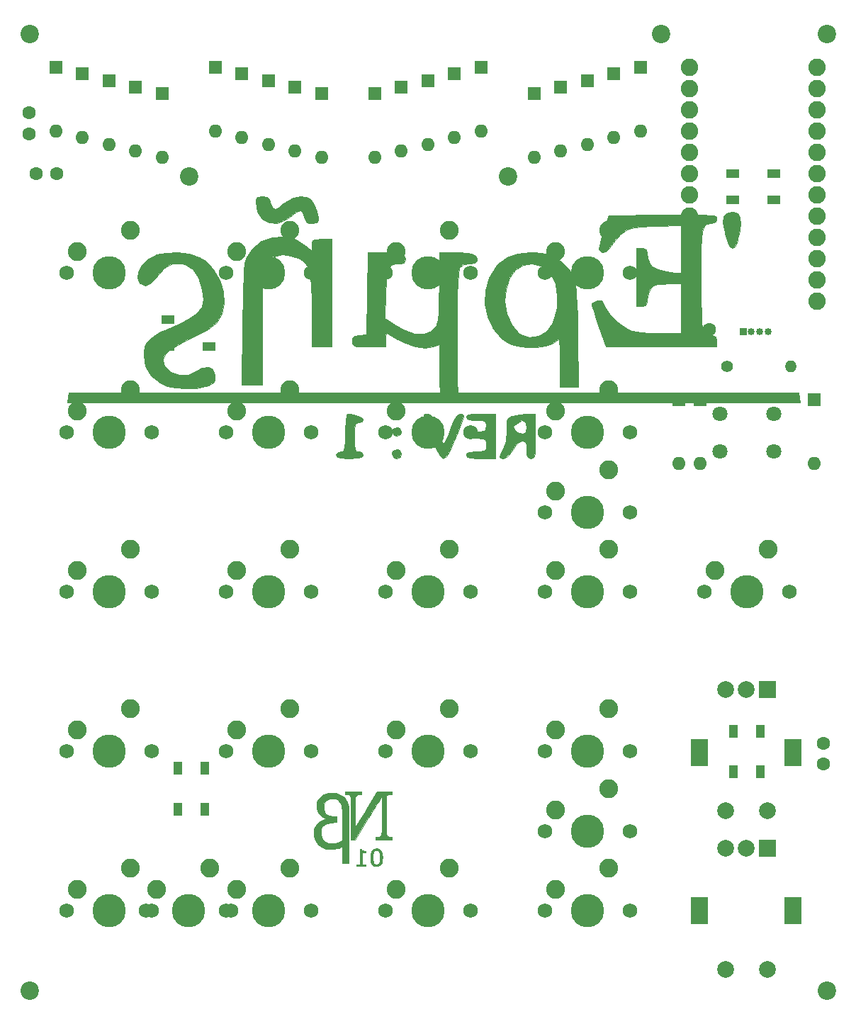
<source format=gbs>
%TF.GenerationSoftware,KiCad,Pcbnew,(5.1.8)-1*%
%TF.CreationDate,2021-05-23T17:25:15+02:00*%
%TF.ProjectId,HERMES PCB,4845524d-4553-4205-9043-422e6b696361,rev?*%
%TF.SameCoordinates,Original*%
%TF.FileFunction,Soldermask,Bot*%
%TF.FilePolarity,Negative*%
%FSLAX46Y46*%
G04 Gerber Fmt 4.6, Leading zero omitted, Abs format (unit mm)*
G04 Created by KiCad (PCBNEW (5.1.8)-1) date 2021-05-23 17:25:15*
%MOMM*%
%LPD*%
G01*
G04 APERTURE LIST*
%ADD10C,0.010000*%
%ADD11R,2.000000X2.000000*%
%ADD12C,2.000000*%
%ADD13R,2.000000X3.200000*%
%ADD14C,2.082800*%
%ADD15O,1.600000X1.600000*%
%ADD16R,1.600000X1.600000*%
%ADD17C,2.200000*%
%ADD18C,2.250000*%
%ADD19C,3.987800*%
%ADD20C,1.750000*%
%ADD21C,1.800000*%
%ADD22O,1.400000X1.400000*%
%ADD23C,1.400000*%
%ADD24R,1.500000X1.000000*%
%ADD25R,1.000000X1.500000*%
%ADD26O,0.850000X0.850000*%
%ADD27R,0.850000X0.850000*%
%ADD28C,1.600000*%
G04 APERTURE END LIST*
D10*
%TO.C,G\u002A\u002A\u002A*%
G36*
X80448489Y-61557570D02*
G01*
X80238767Y-61863631D01*
X80218882Y-62168080D01*
X80428694Y-63322009D01*
X80992657Y-64149504D01*
X81812564Y-64609290D01*
X82790206Y-64660090D01*
X83827376Y-64260629D01*
X84322244Y-63892698D01*
X85070296Y-63307361D01*
X85556219Y-63138204D01*
X85853647Y-63385226D01*
X86007408Y-63892698D01*
X86213494Y-64471211D01*
X86630566Y-64678836D01*
X86936514Y-64694803D01*
X87490748Y-64618789D01*
X87687428Y-64283442D01*
X87704198Y-63959540D01*
X87562676Y-63230609D01*
X87218719Y-62432352D01*
X87173391Y-62355329D01*
X86732125Y-61771746D01*
X86215742Y-61528204D01*
X85579484Y-61486382D01*
X84707033Y-61604228D01*
X83924675Y-62028335D01*
X83539733Y-62343014D01*
X82946224Y-62841989D01*
X82602833Y-63017581D01*
X82365126Y-62907337D01*
X82193588Y-62692965D01*
X81897845Y-62148729D01*
X81823093Y-61836332D01*
X81584327Y-61574521D01*
X81020987Y-61486382D01*
X80448489Y-61557570D01*
G37*
X80448489Y-61557570D02*
X80238767Y-61863631D01*
X80218882Y-62168080D01*
X80428694Y-63322009D01*
X80992657Y-64149504D01*
X81812564Y-64609290D01*
X82790206Y-64660090D01*
X83827376Y-64260629D01*
X84322244Y-63892698D01*
X85070296Y-63307361D01*
X85556219Y-63138204D01*
X85853647Y-63385226D01*
X86007408Y-63892698D01*
X86213494Y-64471211D01*
X86630566Y-64678836D01*
X86936514Y-64694803D01*
X87490748Y-64618789D01*
X87687428Y-64283442D01*
X87704198Y-63959540D01*
X87562676Y-63230609D01*
X87218719Y-62432352D01*
X87173391Y-62355329D01*
X86732125Y-61771746D01*
X86215742Y-61528204D01*
X85579484Y-61486382D01*
X84707033Y-61604228D01*
X83924675Y-62028335D01*
X83539733Y-62343014D01*
X82946224Y-62841989D01*
X82602833Y-63017581D01*
X82365126Y-62907337D01*
X82193588Y-62692965D01*
X81897845Y-62148729D01*
X81823093Y-61836332D01*
X81584327Y-61574521D01*
X81020987Y-61486382D01*
X80448489Y-61557570D01*
G36*
X136500602Y-63479078D02*
G01*
X136146067Y-63883738D01*
X136075975Y-64633898D01*
X136270157Y-65791521D01*
X136311241Y-65964803D01*
X136590859Y-66943094D01*
X136861236Y-67472355D01*
X137165357Y-67635737D01*
X137175108Y-67635856D01*
X137472275Y-67494810D01*
X137711655Y-67010072D01*
X137937685Y-66089239D01*
X137950876Y-66022770D01*
X138137348Y-64785699D01*
X138103335Y-63975716D01*
X137828406Y-63524004D01*
X137292133Y-63361746D01*
X137159745Y-63357961D01*
X136500602Y-63479078D01*
G37*
X136500602Y-63479078D02*
X136146067Y-63883738D01*
X136075975Y-64633898D01*
X136270157Y-65791521D01*
X136311241Y-65964803D01*
X136590859Y-66943094D01*
X136861236Y-67472355D01*
X137165357Y-67635737D01*
X137175108Y-67635856D01*
X137472275Y-67494810D01*
X137711655Y-67010072D01*
X137937685Y-66089239D01*
X137950876Y-66022770D01*
X138137348Y-64785699D01*
X138103335Y-63975716D01*
X137828406Y-63524004D01*
X137292133Y-63361746D01*
X137159745Y-63357961D01*
X136500602Y-63479078D01*
G36*
X131421845Y-63661712D02*
G01*
X129566195Y-63679430D01*
X128837723Y-63687418D01*
X122378670Y-63759013D01*
X121748427Y-65627785D01*
X121457199Y-66583712D01*
X121276439Y-67363203D01*
X121241240Y-67811726D01*
X121247511Y-67833575D01*
X121577135Y-68158638D01*
X122050370Y-68088135D01*
X122514745Y-67671783D01*
X122689933Y-67363224D01*
X123138630Y-66677870D01*
X123804972Y-65987076D01*
X123983071Y-65842115D01*
X124435209Y-65528191D01*
X124895512Y-65315498D01*
X125487306Y-65178338D01*
X126333921Y-65091015D01*
X127558683Y-65027832D01*
X127968857Y-65011629D01*
X131018882Y-64894883D01*
X131018882Y-70576908D01*
X130283619Y-70575417D01*
X129249471Y-70467338D01*
X128278450Y-70188791D01*
X127547113Y-69802184D01*
X127278870Y-69513313D01*
X127064240Y-68842600D01*
X127008356Y-68321854D01*
X126904362Y-67804181D01*
X126490007Y-67640139D01*
X126339935Y-67635856D01*
X125671514Y-67635856D01*
X125671514Y-74587435D01*
X126339935Y-74587435D01*
X126830783Y-74491507D01*
X126998863Y-74096052D01*
X127008356Y-73844820D01*
X127162103Y-73050057D01*
X127424569Y-72507978D01*
X127752300Y-72163546D01*
X128223945Y-71982928D01*
X129001711Y-71918057D01*
X129429832Y-71913750D01*
X131018882Y-71913750D01*
X131018882Y-77795856D01*
X128545724Y-77794364D01*
X127318381Y-77764157D01*
X126178864Y-77684871D01*
X125315158Y-77571325D01*
X125100073Y-77522750D01*
X124309936Y-77127245D01*
X123417367Y-76425822D01*
X122585649Y-75575739D01*
X121978066Y-74734251D01*
X121803479Y-74347815D01*
X121536598Y-73924524D01*
X121044548Y-73939008D01*
X121037845Y-73941055D01*
X120538519Y-74117674D01*
X120356106Y-74209917D01*
X120396310Y-74483407D01*
X120585779Y-75148802D01*
X120891204Y-76095404D01*
X121150644Y-76850386D01*
X122046906Y-79400066D01*
X135296777Y-79400066D01*
X135296777Y-78731645D01*
X135181998Y-78218416D01*
X134750446Y-78064353D01*
X134681829Y-78063224D01*
X134294413Y-78040243D01*
X133995954Y-77930274D01*
X133774883Y-77671778D01*
X133619631Y-77203216D01*
X133518627Y-76463049D01*
X133460304Y-75389739D01*
X133433091Y-73921746D01*
X133425420Y-71997531D01*
X133425198Y-71379013D01*
X133429518Y-69318289D01*
X133450192Y-67730742D01*
X133498790Y-66554832D01*
X133586879Y-65729020D01*
X133726031Y-65191769D01*
X133927813Y-64881538D01*
X134203796Y-64736789D01*
X134565548Y-64695983D01*
X134681829Y-64694803D01*
X135177045Y-64546927D01*
X135296777Y-64155313D01*
X135280457Y-63986800D01*
X135189658Y-63858530D01*
X134961618Y-63765958D01*
X134533578Y-63704536D01*
X133842776Y-63669719D01*
X132826452Y-63656960D01*
X131421845Y-63661712D01*
G37*
X131421845Y-63661712D02*
X129566195Y-63679430D01*
X128837723Y-63687418D01*
X122378670Y-63759013D01*
X121748427Y-65627785D01*
X121457199Y-66583712D01*
X121276439Y-67363203D01*
X121241240Y-67811726D01*
X121247511Y-67833575D01*
X121577135Y-68158638D01*
X122050370Y-68088135D01*
X122514745Y-67671783D01*
X122689933Y-67363224D01*
X123138630Y-66677870D01*
X123804972Y-65987076D01*
X123983071Y-65842115D01*
X124435209Y-65528191D01*
X124895512Y-65315498D01*
X125487306Y-65178338D01*
X126333921Y-65091015D01*
X127558683Y-65027832D01*
X127968857Y-65011629D01*
X131018882Y-64894883D01*
X131018882Y-70576908D01*
X130283619Y-70575417D01*
X129249471Y-70467338D01*
X128278450Y-70188791D01*
X127547113Y-69802184D01*
X127278870Y-69513313D01*
X127064240Y-68842600D01*
X127008356Y-68321854D01*
X126904362Y-67804181D01*
X126490007Y-67640139D01*
X126339935Y-67635856D01*
X125671514Y-67635856D01*
X125671514Y-74587435D01*
X126339935Y-74587435D01*
X126830783Y-74491507D01*
X126998863Y-74096052D01*
X127008356Y-73844820D01*
X127162103Y-73050057D01*
X127424569Y-72507978D01*
X127752300Y-72163546D01*
X128223945Y-71982928D01*
X129001711Y-71918057D01*
X129429832Y-71913750D01*
X131018882Y-71913750D01*
X131018882Y-77795856D01*
X128545724Y-77794364D01*
X127318381Y-77764157D01*
X126178864Y-77684871D01*
X125315158Y-77571325D01*
X125100073Y-77522750D01*
X124309936Y-77127245D01*
X123417367Y-76425822D01*
X122585649Y-75575739D01*
X121978066Y-74734251D01*
X121803479Y-74347815D01*
X121536598Y-73924524D01*
X121044548Y-73939008D01*
X121037845Y-73941055D01*
X120538519Y-74117674D01*
X120356106Y-74209917D01*
X120396310Y-74483407D01*
X120585779Y-75148802D01*
X120891204Y-76095404D01*
X121150644Y-76850386D01*
X122046906Y-79400066D01*
X135296777Y-79400066D01*
X135296777Y-78731645D01*
X135181998Y-78218416D01*
X134750446Y-78064353D01*
X134681829Y-78063224D01*
X134294413Y-78040243D01*
X133995954Y-77930274D01*
X133774883Y-77671778D01*
X133619631Y-77203216D01*
X133518627Y-76463049D01*
X133460304Y-75389739D01*
X133433091Y-73921746D01*
X133425420Y-71997531D01*
X133425198Y-71379013D01*
X133429518Y-69318289D01*
X133450192Y-67730742D01*
X133498790Y-66554832D01*
X133586879Y-65729020D01*
X133726031Y-65191769D01*
X133927813Y-64881538D01*
X134203796Y-64736789D01*
X134565548Y-64695983D01*
X134681829Y-64694803D01*
X135177045Y-64546927D01*
X135296777Y-64155313D01*
X135280457Y-63986800D01*
X135189658Y-63858530D01*
X134961618Y-63765958D01*
X134533578Y-63704536D01*
X133842776Y-63669719D01*
X132826452Y-63656960D01*
X131421845Y-63661712D01*
G36*
X82297200Y-66380184D02*
G01*
X80937102Y-66803896D01*
X79840626Y-67684827D01*
X79283093Y-68465909D01*
X79122735Y-68772269D01*
X78996478Y-69127837D01*
X78899284Y-69599473D01*
X78826116Y-70254036D01*
X78771938Y-71158386D01*
X78731712Y-72379381D01*
X78700401Y-73983882D01*
X78672968Y-76038748D01*
X78665798Y-76659540D01*
X78583240Y-83945329D01*
X81020987Y-83945329D01*
X81020987Y-70083199D01*
X81713176Y-69260580D01*
X82328358Y-68682090D01*
X83017501Y-68458714D01*
X83464348Y-68437961D01*
X84386196Y-68544982D01*
X85231311Y-68806369D01*
X85307634Y-68843539D01*
X85857354Y-69185351D01*
X86266373Y-69615005D01*
X86554714Y-70211132D01*
X86742401Y-71052365D01*
X86849457Y-72217338D01*
X86895907Y-73784684D01*
X86903093Y-75108894D01*
X86903093Y-79400066D01*
X89309408Y-79400066D01*
X89309408Y-66566382D01*
X88106250Y-66566382D01*
X87364545Y-66593161D01*
X87013143Y-66728653D01*
X86908243Y-67055588D01*
X86903093Y-67258570D01*
X86903093Y-67950759D01*
X86093117Y-67269209D01*
X84858596Y-66575236D01*
X83343248Y-66318215D01*
X82297200Y-66380184D01*
G37*
X82297200Y-66380184D02*
X80937102Y-66803896D01*
X79840626Y-67684827D01*
X79283093Y-68465909D01*
X79122735Y-68772269D01*
X78996478Y-69127837D01*
X78899284Y-69599473D01*
X78826116Y-70254036D01*
X78771938Y-71158386D01*
X78731712Y-72379381D01*
X78700401Y-73983882D01*
X78672968Y-76038748D01*
X78665798Y-76659540D01*
X78583240Y-83945329D01*
X81020987Y-83945329D01*
X81020987Y-70083199D01*
X81713176Y-69260580D01*
X82328358Y-68682090D01*
X83017501Y-68458714D01*
X83464348Y-68437961D01*
X84386196Y-68544982D01*
X85231311Y-68806369D01*
X85307634Y-68843539D01*
X85857354Y-69185351D01*
X86266373Y-69615005D01*
X86554714Y-70211132D01*
X86742401Y-71052365D01*
X86849457Y-72217338D01*
X86895907Y-73784684D01*
X86903093Y-75108894D01*
X86903093Y-79400066D01*
X89309408Y-79400066D01*
X89309408Y-66566382D01*
X88106250Y-66566382D01*
X87364545Y-66593161D01*
X87013143Y-66728653D01*
X86908243Y-67055588D01*
X86903093Y-67258570D01*
X86903093Y-67950759D01*
X86093117Y-67269209D01*
X84858596Y-66575236D01*
X83343248Y-66318215D01*
X82297200Y-66380184D01*
G36*
X102143093Y-72168538D02*
G01*
X102121963Y-73833882D01*
X102062162Y-75218469D01*
X101969072Y-76239250D01*
X101848075Y-76813173D01*
X101841041Y-76829414D01*
X101244621Y-77570351D01*
X100350054Y-77909868D01*
X99212111Y-77848283D01*
X97885561Y-77385917D01*
X96836945Y-76800245D01*
X95679997Y-76057961D01*
X95772227Y-73038916D01*
X95831776Y-71606874D01*
X95933395Y-70625099D01*
X96115992Y-70009129D01*
X96418481Y-69674506D01*
X96879771Y-69536767D01*
X97397303Y-69511529D01*
X97960600Y-69400190D01*
X98132303Y-69024718D01*
X98132566Y-69001303D01*
X98039515Y-68614133D01*
X97703062Y-68364894D01*
X97037257Y-68227040D01*
X95956148Y-68174023D01*
X95443046Y-68170592D01*
X93599366Y-68170592D01*
X93526493Y-73050066D01*
X93453619Y-77929540D01*
X92584672Y-78013322D01*
X91973598Y-78143791D01*
X91739717Y-78458419D01*
X91715724Y-78748585D01*
X91742763Y-79080029D01*
X91898922Y-79274324D01*
X92296766Y-79368041D01*
X93048862Y-79397750D01*
X93720987Y-79400066D01*
X95726250Y-79400066D01*
X95726250Y-78597961D01*
X95766708Y-78034343D01*
X95864159Y-77795902D01*
X95865667Y-77795856D01*
X96153578Y-77930331D01*
X96716961Y-78269495D01*
X97001983Y-78453946D01*
X98090124Y-79011453D01*
X99307544Y-79387487D01*
X100468254Y-79541503D01*
X101386271Y-79432955D01*
X101426286Y-79418462D01*
X102143093Y-79145933D01*
X102143093Y-84212698D01*
X104282040Y-84212698D01*
X104282040Y-77377226D01*
X104293084Y-75158855D01*
X104325061Y-73276698D01*
X104376241Y-71776728D01*
X104444893Y-70704918D01*
X104529288Y-70107241D01*
X104558815Y-70024594D01*
X105028872Y-69616304D01*
X105761973Y-69507435D01*
X106408167Y-69442796D01*
X106664404Y-69199925D01*
X106688356Y-69001303D01*
X106595595Y-68614545D01*
X106260024Y-68365424D01*
X105595707Y-68227455D01*
X104516708Y-68174156D01*
X103992804Y-68170592D01*
X102143093Y-68170592D01*
X102143093Y-72168538D01*
G37*
X102143093Y-72168538D02*
X102121963Y-73833882D01*
X102062162Y-75218469D01*
X101969072Y-76239250D01*
X101848075Y-76813173D01*
X101841041Y-76829414D01*
X101244621Y-77570351D01*
X100350054Y-77909868D01*
X99212111Y-77848283D01*
X97885561Y-77385917D01*
X96836945Y-76800245D01*
X95679997Y-76057961D01*
X95772227Y-73038916D01*
X95831776Y-71606874D01*
X95933395Y-70625099D01*
X96115992Y-70009129D01*
X96418481Y-69674506D01*
X96879771Y-69536767D01*
X97397303Y-69511529D01*
X97960600Y-69400190D01*
X98132303Y-69024718D01*
X98132566Y-69001303D01*
X98039515Y-68614133D01*
X97703062Y-68364894D01*
X97037257Y-68227040D01*
X95956148Y-68174023D01*
X95443046Y-68170592D01*
X93599366Y-68170592D01*
X93526493Y-73050066D01*
X93453619Y-77929540D01*
X92584672Y-78013322D01*
X91973598Y-78143791D01*
X91739717Y-78458419D01*
X91715724Y-78748585D01*
X91742763Y-79080029D01*
X91898922Y-79274324D01*
X92296766Y-79368041D01*
X93048862Y-79397750D01*
X93720987Y-79400066D01*
X95726250Y-79400066D01*
X95726250Y-78597961D01*
X95766708Y-78034343D01*
X95864159Y-77795902D01*
X95865667Y-77795856D01*
X96153578Y-77930331D01*
X96716961Y-78269495D01*
X97001983Y-78453946D01*
X98090124Y-79011453D01*
X99307544Y-79387487D01*
X100468254Y-79541503D01*
X101386271Y-79432955D01*
X101426286Y-79418462D01*
X102143093Y-79145933D01*
X102143093Y-84212698D01*
X104282040Y-84212698D01*
X104282040Y-77377226D01*
X104293084Y-75158855D01*
X104325061Y-73276698D01*
X104376241Y-71776728D01*
X104444893Y-70704918D01*
X104529288Y-70107241D01*
X104558815Y-70024594D01*
X105028872Y-69616304D01*
X105761973Y-69507435D01*
X106408167Y-69442796D01*
X106664404Y-69199925D01*
X106688356Y-69001303D01*
X106595595Y-68614545D01*
X106260024Y-68365424D01*
X105595707Y-68227455D01*
X104516708Y-68174156D01*
X103992804Y-68170592D01*
X102143093Y-68170592D01*
X102143093Y-72168538D01*
G36*
X111506620Y-68301103D02*
G01*
X110269974Y-68730530D01*
X109228402Y-69515720D01*
X108912908Y-69851838D01*
X108064685Y-71190293D01*
X107630556Y-72713857D01*
X107591144Y-74312548D01*
X107927077Y-75876386D01*
X108618979Y-77295387D01*
X109647476Y-78459570D01*
X110533561Y-79051784D01*
X111430883Y-79341915D01*
X112585633Y-79484913D01*
X113801729Y-79480680D01*
X114883089Y-79329116D01*
X115598268Y-79054349D01*
X116128204Y-78734216D01*
X116435750Y-78598008D01*
X116437896Y-78597961D01*
X116496637Y-78846903D01*
X116543692Y-79520090D01*
X116573431Y-80507067D01*
X116580987Y-81405329D01*
X116580987Y-84212698D01*
X118763016Y-84212698D01*
X118674563Y-77996382D01*
X118639792Y-75872611D01*
X118593078Y-74209085D01*
X118539680Y-73284491D01*
X116250129Y-73284491D01*
X116193436Y-74715654D01*
X115922215Y-76043705D01*
X115664260Y-76689520D01*
X114942569Y-77605511D01*
X113994169Y-78146612D01*
X112950670Y-78277188D01*
X111943683Y-77961604D01*
X111665387Y-77772248D01*
X110770147Y-76750109D01*
X110204924Y-75440308D01*
X109977707Y-73982084D01*
X110096486Y-72514673D01*
X110569251Y-71177312D01*
X111234734Y-70267291D01*
X112176696Y-69649961D01*
X113214709Y-69489113D01*
X114241949Y-69746472D01*
X115151596Y-70383759D01*
X115836828Y-71362699D01*
X116070639Y-72000111D01*
X116250129Y-73284491D01*
X118539680Y-73284491D01*
X118519283Y-72931320D01*
X118403270Y-71964833D01*
X118229898Y-71235142D01*
X117984030Y-70667764D01*
X117650528Y-70188215D01*
X117214252Y-69722013D01*
X116939068Y-69457602D01*
X116013584Y-68753032D01*
X114969432Y-68345980D01*
X113641014Y-68181230D01*
X113079205Y-68170592D01*
X111506620Y-68301103D01*
G37*
X111506620Y-68301103D02*
X110269974Y-68730530D01*
X109228402Y-69515720D01*
X108912908Y-69851838D01*
X108064685Y-71190293D01*
X107630556Y-72713857D01*
X107591144Y-74312548D01*
X107927077Y-75876386D01*
X108618979Y-77295387D01*
X109647476Y-78459570D01*
X110533561Y-79051784D01*
X111430883Y-79341915D01*
X112585633Y-79484913D01*
X113801729Y-79480680D01*
X114883089Y-79329116D01*
X115598268Y-79054349D01*
X116128204Y-78734216D01*
X116435750Y-78598008D01*
X116437896Y-78597961D01*
X116496637Y-78846903D01*
X116543692Y-79520090D01*
X116573431Y-80507067D01*
X116580987Y-81405329D01*
X116580987Y-84212698D01*
X118763016Y-84212698D01*
X118674563Y-77996382D01*
X118639792Y-75872611D01*
X118593078Y-74209085D01*
X118539680Y-73284491D01*
X116250129Y-73284491D01*
X116193436Y-74715654D01*
X115922215Y-76043705D01*
X115664260Y-76689520D01*
X114942569Y-77605511D01*
X113994169Y-78146612D01*
X112950670Y-78277188D01*
X111943683Y-77961604D01*
X111665387Y-77772248D01*
X110770147Y-76750109D01*
X110204924Y-75440308D01*
X109977707Y-73982084D01*
X110096486Y-72514673D01*
X110569251Y-71177312D01*
X111234734Y-70267291D01*
X112176696Y-69649961D01*
X113214709Y-69489113D01*
X114241949Y-69746472D01*
X115151596Y-70383759D01*
X115836828Y-71362699D01*
X116070639Y-72000111D01*
X116250129Y-73284491D01*
X118539680Y-73284491D01*
X118519283Y-72931320D01*
X118403270Y-71964833D01*
X118229898Y-71235142D01*
X117984030Y-70667764D01*
X117650528Y-70188215D01*
X117214252Y-69722013D01*
X116939068Y-69457602D01*
X116013584Y-68753032D01*
X114969432Y-68345980D01*
X113641014Y-68181230D01*
X113079205Y-68170592D01*
X111506620Y-68301103D01*
G36*
X69508830Y-68199960D02*
G01*
X68339368Y-68430361D01*
X68271551Y-68454970D01*
X67308864Y-68983357D01*
X66581524Y-69694963D01*
X66146656Y-70482442D01*
X66061388Y-71238444D01*
X66382847Y-71855621D01*
X66436578Y-71903102D01*
X67042506Y-72106532D01*
X67713264Y-71825457D01*
X68379160Y-71092910D01*
X68482161Y-70933481D01*
X69306808Y-69985858D01*
X70289020Y-69487330D01*
X71342810Y-69473042D01*
X71742126Y-69601053D01*
X72673497Y-70213131D01*
X73354534Y-71198915D01*
X73832019Y-72626634D01*
X73839824Y-72660212D01*
X73984451Y-73779510D01*
X73801008Y-74675134D01*
X73235257Y-75430288D01*
X72232958Y-76128178D01*
X71258721Y-76619725D01*
X70315883Y-77043335D01*
X69557980Y-77361615D01*
X69116233Y-77520137D01*
X69067850Y-77528487D01*
X68745838Y-77685648D01*
X68180879Y-78084910D01*
X67847169Y-78350058D01*
X67227929Y-78922553D01*
X66936158Y-79449481D01*
X66852727Y-80179379D01*
X66850461Y-80429514D01*
X67071310Y-81805913D01*
X67743470Y-82914797D01*
X68881366Y-83775220D01*
X69648286Y-84125515D01*
X70632677Y-84352854D01*
X71880910Y-84436777D01*
X73161802Y-84379702D01*
X74244166Y-84184049D01*
X74554661Y-84074156D01*
X75149550Y-83747747D01*
X75365575Y-83345984D01*
X75356767Y-82814622D01*
X75103446Y-82113952D01*
X74565930Y-81828371D01*
X73817220Y-81975029D01*
X73241726Y-82317752D01*
X72210099Y-82790690D01*
X71117595Y-82821561D01*
X70111497Y-82440192D01*
X69339089Y-81676408D01*
X69239843Y-81507372D01*
X69111539Y-80943555D01*
X69364546Y-80375443D01*
X70035062Y-79767732D01*
X71159284Y-79085118D01*
X72319032Y-78504156D01*
X73461159Y-77924701D01*
X74483556Y-77336930D01*
X75245447Y-76825256D01*
X75528670Y-76579586D01*
X76177172Y-75512179D01*
X76436694Y-74227078D01*
X76337616Y-72838371D01*
X75910320Y-71460149D01*
X75185185Y-70206501D01*
X74192593Y-69191515D01*
X73436424Y-68722484D01*
X72296660Y-68358416D01*
X70907695Y-68180110D01*
X69508830Y-68199960D01*
G37*
X69508830Y-68199960D02*
X68339368Y-68430361D01*
X68271551Y-68454970D01*
X67308864Y-68983357D01*
X66581524Y-69694963D01*
X66146656Y-70482442D01*
X66061388Y-71238444D01*
X66382847Y-71855621D01*
X66436578Y-71903102D01*
X67042506Y-72106532D01*
X67713264Y-71825457D01*
X68379160Y-71092910D01*
X68482161Y-70933481D01*
X69306808Y-69985858D01*
X70289020Y-69487330D01*
X71342810Y-69473042D01*
X71742126Y-69601053D01*
X72673497Y-70213131D01*
X73354534Y-71198915D01*
X73832019Y-72626634D01*
X73839824Y-72660212D01*
X73984451Y-73779510D01*
X73801008Y-74675134D01*
X73235257Y-75430288D01*
X72232958Y-76128178D01*
X71258721Y-76619725D01*
X70315883Y-77043335D01*
X69557980Y-77361615D01*
X69116233Y-77520137D01*
X69067850Y-77528487D01*
X68745838Y-77685648D01*
X68180879Y-78084910D01*
X67847169Y-78350058D01*
X67227929Y-78922553D01*
X66936158Y-79449481D01*
X66852727Y-80179379D01*
X66850461Y-80429514D01*
X67071310Y-81805913D01*
X67743470Y-82914797D01*
X68881366Y-83775220D01*
X69648286Y-84125515D01*
X70632677Y-84352854D01*
X71880910Y-84436777D01*
X73161802Y-84379702D01*
X74244166Y-84184049D01*
X74554661Y-84074156D01*
X75149550Y-83747747D01*
X75365575Y-83345984D01*
X75356767Y-82814622D01*
X75103446Y-82113952D01*
X74565930Y-81828371D01*
X73817220Y-81975029D01*
X73241726Y-82317752D01*
X72210099Y-82790690D01*
X71117595Y-82821561D01*
X70111497Y-82440192D01*
X69339089Y-81676408D01*
X69239843Y-81507372D01*
X69111539Y-80943555D01*
X69364546Y-80375443D01*
X70035062Y-79767732D01*
X71159284Y-79085118D01*
X72319032Y-78504156D01*
X73461159Y-77924701D01*
X74483556Y-77336930D01*
X75245447Y-76825256D01*
X75528670Y-76579586D01*
X76177172Y-75512179D01*
X76436694Y-74227078D01*
X76337616Y-72838371D01*
X75910320Y-71460149D01*
X75185185Y-70206501D01*
X74192593Y-69191515D01*
X73436424Y-68722484D01*
X72296660Y-68358416D01*
X70907695Y-68180110D01*
X69508830Y-68199960D01*
G36*
X57722743Y-86084277D02*
G01*
X145226600Y-86084277D01*
X145055724Y-84881119D01*
X57893619Y-84881119D01*
X57722743Y-86084277D01*
G37*
X57722743Y-86084277D02*
X145226600Y-86084277D01*
X145055724Y-84881119D01*
X57893619Y-84881119D01*
X57722743Y-86084277D01*
G36*
X96616238Y-89214387D02*
G01*
X96528356Y-89560066D01*
X96717414Y-90006921D01*
X97063093Y-90094803D01*
X97509947Y-89905745D01*
X97597829Y-89560066D01*
X97408771Y-89113211D01*
X97063093Y-89025329D01*
X96616238Y-89214387D01*
G37*
X96616238Y-89214387D02*
X96528356Y-89560066D01*
X96717414Y-90006921D01*
X97063093Y-90094803D01*
X97509947Y-89905745D01*
X97597829Y-89560066D01*
X97408771Y-89113211D01*
X97063093Y-89025329D01*
X96616238Y-89214387D01*
G36*
X91041849Y-87667962D02*
G01*
X90960994Y-88326673D01*
X90917637Y-89274522D01*
X90913619Y-89693750D01*
X90903668Y-90798771D01*
X90857413Y-91473741D01*
X90750253Y-91823221D01*
X90557585Y-91951769D01*
X90378882Y-91966382D01*
X89943395Y-92133560D01*
X89844145Y-92367435D01*
X89967346Y-92600308D01*
X90404085Y-92725336D01*
X91255066Y-92767696D01*
X91448356Y-92768487D01*
X92379848Y-92737687D01*
X92879962Y-92628502D01*
X93049403Y-92415757D01*
X93052566Y-92367435D01*
X92829662Y-92040819D01*
X92517829Y-91966382D01*
X92228438Y-91912217D01*
X92067096Y-91670950D01*
X91997446Y-91124423D01*
X91983093Y-90228487D01*
X91999759Y-89287966D01*
X92073995Y-88763603D01*
X92242157Y-88537240D01*
X92517829Y-88490592D01*
X92971434Y-88366164D01*
X93022441Y-88081866D01*
X92715345Y-87771179D01*
X92217040Y-87588224D01*
X91561491Y-87470716D01*
X91149763Y-87421126D01*
X91147566Y-87421119D01*
X91041849Y-87667962D01*
G37*
X91041849Y-87667962D02*
X90960994Y-88326673D01*
X90917637Y-89274522D01*
X90913619Y-89693750D01*
X90903668Y-90798771D01*
X90857413Y-91473741D01*
X90750253Y-91823221D01*
X90557585Y-91951769D01*
X90378882Y-91966382D01*
X89943395Y-92133560D01*
X89844145Y-92367435D01*
X89967346Y-92600308D01*
X90404085Y-92725336D01*
X91255066Y-92767696D01*
X91448356Y-92768487D01*
X92379848Y-92737687D01*
X92879962Y-92628502D01*
X93049403Y-92415757D01*
X93052566Y-92367435D01*
X92829662Y-92040819D01*
X92517829Y-91966382D01*
X92228438Y-91912217D01*
X92067096Y-91670950D01*
X91997446Y-91124423D01*
X91983093Y-90228487D01*
X91999759Y-89287966D01*
X92073995Y-88763603D01*
X92242157Y-88537240D01*
X92517829Y-88490592D01*
X92971434Y-88366164D01*
X93022441Y-88081866D01*
X92715345Y-87771179D01*
X92217040Y-87588224D01*
X91561491Y-87470716D01*
X91149763Y-87421126D01*
X91147566Y-87421119D01*
X91041849Y-87667962D01*
G36*
X96616238Y-91888071D02*
G01*
X96528356Y-92233750D01*
X96717414Y-92680605D01*
X97063093Y-92768487D01*
X97509947Y-92579429D01*
X97597829Y-92233750D01*
X97408771Y-91786895D01*
X97063093Y-91699013D01*
X96616238Y-91888071D01*
G37*
X96616238Y-91888071D02*
X96528356Y-92233750D01*
X96717414Y-92680605D01*
X97063093Y-92768487D01*
X97509947Y-92579429D01*
X97597829Y-92233750D01*
X97408771Y-91786895D01*
X97063093Y-91699013D01*
X96616238Y-91888071D01*
G36*
X100483353Y-87436472D02*
G01*
X100342673Y-87539031D01*
X100341179Y-87813547D01*
X100492971Y-88344770D01*
X100812146Y-89217450D01*
X101227256Y-90295329D01*
X101778335Y-91632142D01*
X102229816Y-92456218D01*
X102629120Y-92767339D01*
X103023665Y-92565289D01*
X103460871Y-91849850D01*
X103988157Y-90620804D01*
X104120731Y-90282053D01*
X104528376Y-89212285D01*
X104850593Y-88333024D01*
X105045523Y-87760443D01*
X105084145Y-87608369D01*
X104861794Y-87451189D01*
X104598853Y-87421119D01*
X104261363Y-87582676D01*
X103917959Y-88116835D01*
X103521746Y-89097823D01*
X103498967Y-89162030D01*
X103166334Y-90048769D01*
X102880135Y-90713828D01*
X102701243Y-91016025D01*
X102698971Y-91017526D01*
X102529783Y-90842110D01*
X102252815Y-90273515D01*
X101923335Y-89427834D01*
X101870147Y-89276615D01*
X101466439Y-88231339D01*
X101124619Y-87638128D01*
X100801089Y-87424817D01*
X100749120Y-87421119D01*
X100483353Y-87436472D01*
G37*
X100483353Y-87436472D02*
X100342673Y-87539031D01*
X100341179Y-87813547D01*
X100492971Y-88344770D01*
X100812146Y-89217450D01*
X101227256Y-90295329D01*
X101778335Y-91632142D01*
X102229816Y-92456218D01*
X102629120Y-92767339D01*
X103023665Y-92565289D01*
X103460871Y-91849850D01*
X103988157Y-90620804D01*
X104120731Y-90282053D01*
X104528376Y-89212285D01*
X104850593Y-88333024D01*
X105045523Y-87760443D01*
X105084145Y-87608369D01*
X104861794Y-87451189D01*
X104598853Y-87421119D01*
X104261363Y-87582676D01*
X103917959Y-88116835D01*
X103521746Y-89097823D01*
X103498967Y-89162030D01*
X103166334Y-90048769D01*
X102880135Y-90713828D01*
X102701243Y-91016025D01*
X102698971Y-91017526D01*
X102529783Y-90842110D01*
X102252815Y-90273515D01*
X101923335Y-89427834D01*
X101870147Y-89276615D01*
X101466439Y-88231339D01*
X101124619Y-87638128D01*
X100801089Y-87424817D01*
X100749120Y-87421119D01*
X100483353Y-87436472D01*
G36*
X106114597Y-87447893D02*
G01*
X105572793Y-87543564D01*
X105364239Y-87731152D01*
X105351514Y-87822171D01*
X105508972Y-88086510D01*
X106044365Y-88206917D01*
X106554672Y-88223224D01*
X107297115Y-88250929D01*
X107648878Y-88387107D01*
X107753234Y-88711357D01*
X107757829Y-88891645D01*
X107707961Y-89304114D01*
X107462840Y-89499537D01*
X106879189Y-89557513D01*
X106554672Y-89560066D01*
X105761655Y-89612552D01*
X105400435Y-89791016D01*
X105351514Y-89961119D01*
X105508972Y-90225458D01*
X106044365Y-90345864D01*
X106554672Y-90362171D01*
X107294512Y-90385423D01*
X107644924Y-90519675D01*
X107751028Y-90861674D01*
X107757829Y-91164277D01*
X107722952Y-91657503D01*
X107521573Y-91891112D01*
X107008575Y-91961848D01*
X106554672Y-91966382D01*
X105761655Y-92018868D01*
X105400435Y-92197332D01*
X105351514Y-92367435D01*
X105467536Y-92592391D01*
X105882110Y-92717423D01*
X106694992Y-92765550D01*
X107089408Y-92768487D01*
X108827303Y-92768487D01*
X108827303Y-87421119D01*
X107089408Y-87421119D01*
X106114597Y-87447893D01*
G37*
X106114597Y-87447893D02*
X105572793Y-87543564D01*
X105364239Y-87731152D01*
X105351514Y-87822171D01*
X105508972Y-88086510D01*
X106044365Y-88206917D01*
X106554672Y-88223224D01*
X107297115Y-88250929D01*
X107648878Y-88387107D01*
X107753234Y-88711357D01*
X107757829Y-88891645D01*
X107707961Y-89304114D01*
X107462840Y-89499537D01*
X106879189Y-89557513D01*
X106554672Y-89560066D01*
X105761655Y-89612552D01*
X105400435Y-89791016D01*
X105351514Y-89961119D01*
X105508972Y-90225458D01*
X106044365Y-90345864D01*
X106554672Y-90362171D01*
X107294512Y-90385423D01*
X107644924Y-90519675D01*
X107751028Y-90861674D01*
X107757829Y-91164277D01*
X107722952Y-91657503D01*
X107521573Y-91891112D01*
X107008575Y-91961848D01*
X106554672Y-91966382D01*
X105761655Y-92018868D01*
X105400435Y-92197332D01*
X105351514Y-92367435D01*
X105467536Y-92592391D01*
X105882110Y-92717423D01*
X106694992Y-92765550D01*
X107089408Y-92768487D01*
X108827303Y-92768487D01*
X108827303Y-87421119D01*
X107089408Y-87421119D01*
X106114597Y-87447893D01*
G36*
X111694664Y-87503128D02*
G01*
X110911388Y-87703893D01*
X110832482Y-87737174D01*
X110420804Y-87980441D01*
X110227315Y-88330350D01*
X110187585Y-88958262D01*
X110204188Y-89408227D01*
X110109733Y-90766487D01*
X109815801Y-91618894D01*
X109474165Y-92303503D01*
X109402333Y-92643613D01*
X109603592Y-92758315D01*
X109847543Y-92768487D01*
X110296116Y-92536453D01*
X110801212Y-91920368D01*
X110934125Y-91699013D01*
X111476175Y-90948414D01*
X111989118Y-90634409D01*
X112052832Y-90629540D01*
X112392753Y-90725495D01*
X112542653Y-91104985D01*
X112570461Y-91699013D01*
X112615304Y-92398702D01*
X112796549Y-92707937D01*
X113105198Y-92768487D01*
X113348577Y-92731792D01*
X113504378Y-92557181D01*
X113591960Y-92147869D01*
X113630678Y-91407069D01*
X113639891Y-90237995D01*
X113639935Y-90094803D01*
X113639935Y-89025329D01*
X112570461Y-89025329D01*
X112481303Y-89619083D01*
X112162781Y-89822741D01*
X112068462Y-89827435D01*
X111488132Y-89633283D01*
X111209607Y-89397449D01*
X111005880Y-89017621D01*
X111229930Y-88696250D01*
X111361655Y-88595344D01*
X112022331Y-88249466D01*
X112423712Y-88370456D01*
X112569698Y-88959701D01*
X112570461Y-89025329D01*
X113639935Y-89025329D01*
X113639935Y-87421119D01*
X112583042Y-87421119D01*
X111694664Y-87503128D01*
G37*
X111694664Y-87503128D02*
X110911388Y-87703893D01*
X110832482Y-87737174D01*
X110420804Y-87980441D01*
X110227315Y-88330350D01*
X110187585Y-88958262D01*
X110204188Y-89408227D01*
X110109733Y-90766487D01*
X109815801Y-91618894D01*
X109474165Y-92303503D01*
X109402333Y-92643613D01*
X109603592Y-92758315D01*
X109847543Y-92768487D01*
X110296116Y-92536453D01*
X110801212Y-91920368D01*
X110934125Y-91699013D01*
X111476175Y-90948414D01*
X111989118Y-90634409D01*
X112052832Y-90629540D01*
X112392753Y-90725495D01*
X112542653Y-91104985D01*
X112570461Y-91699013D01*
X112615304Y-92398702D01*
X112796549Y-92707937D01*
X113105198Y-92768487D01*
X113348577Y-92731792D01*
X113504378Y-92557181D01*
X113591960Y-92147869D01*
X113630678Y-91407069D01*
X113639891Y-90237995D01*
X113639935Y-90094803D01*
X113639935Y-89025329D01*
X112570461Y-89025329D01*
X112481303Y-89619083D01*
X112162781Y-89822741D01*
X112068462Y-89827435D01*
X111488132Y-89633283D01*
X111209607Y-89397449D01*
X111005880Y-89017621D01*
X111229930Y-88696250D01*
X111361655Y-88595344D01*
X112022331Y-88249466D01*
X112423712Y-88370456D01*
X112569698Y-88959701D01*
X112570461Y-89025329D01*
X113639935Y-89025329D01*
X113639935Y-87421119D01*
X112583042Y-87421119D01*
X111694664Y-87503128D01*
G36*
X90875445Y-132897448D02*
G01*
X91094060Y-132907900D01*
X91242740Y-132922557D01*
X91352999Y-132953824D01*
X91434764Y-133007203D01*
X91497963Y-133088193D01*
X91529695Y-133149277D01*
X91538195Y-133168218D01*
X91545736Y-133188086D01*
X91552384Y-133211832D01*
X91558205Y-133242409D01*
X91563265Y-133282768D01*
X91567630Y-133335862D01*
X91571365Y-133404643D01*
X91574536Y-133492062D01*
X91577210Y-133601072D01*
X91579452Y-133734625D01*
X91581328Y-133895672D01*
X91582904Y-134087167D01*
X91584246Y-134312060D01*
X91585419Y-134573304D01*
X91586491Y-134873851D01*
X91587526Y-135216653D01*
X91588590Y-135604662D01*
X91589144Y-135812727D01*
X91595909Y-138362270D01*
X91849593Y-138355208D01*
X92103277Y-138348145D01*
X93653570Y-135800461D01*
X93852170Y-135474104D01*
X94044094Y-135158747D01*
X94227709Y-134857070D01*
X94401381Y-134571757D01*
X94563477Y-134305488D01*
X94712366Y-134060946D01*
X94846412Y-133840812D01*
X94963984Y-133647769D01*
X95063448Y-133484499D01*
X95143171Y-133353683D01*
X95201520Y-133258004D01*
X95236862Y-133200143D01*
X95247045Y-133183566D01*
X95254382Y-133173544D01*
X95260824Y-133170402D01*
X95266418Y-133177018D01*
X95271214Y-133196270D01*
X95275259Y-133231037D01*
X95278603Y-133284198D01*
X95281293Y-133358629D01*
X95283378Y-133457209D01*
X95284906Y-133582817D01*
X95285927Y-133738331D01*
X95286487Y-133926629D01*
X95286636Y-134150589D01*
X95286421Y-134413090D01*
X95285892Y-134717009D01*
X95285097Y-135065226D01*
X95284252Y-135396387D01*
X95283266Y-135788718D01*
X95282372Y-136134546D01*
X95281401Y-136436977D01*
X95280178Y-136699115D01*
X95278533Y-136924067D01*
X95276293Y-137114937D01*
X95273286Y-137274833D01*
X95269339Y-137406858D01*
X95264281Y-137514119D01*
X95257939Y-137599720D01*
X95250142Y-137666769D01*
X95240717Y-137718369D01*
X95229491Y-137757627D01*
X95216294Y-137787648D01*
X95200952Y-137811538D01*
X95183294Y-137832402D01*
X95163147Y-137853346D01*
X95147132Y-137870081D01*
X95092470Y-137917988D01*
X95025445Y-137952357D01*
X94935345Y-137976619D01*
X94811460Y-137994204D01*
X94737692Y-138001208D01*
X94544373Y-138017717D01*
X94558941Y-138348145D01*
X95544928Y-138354631D01*
X96530914Y-138361116D01*
X96530914Y-138020414D01*
X96329746Y-138003637D01*
X96175878Y-137984824D01*
X96061764Y-137955599D01*
X95978042Y-137912534D01*
X95915349Y-137852204D01*
X95915046Y-137851819D01*
X95895560Y-137826606D01*
X95878392Y-137801486D01*
X95863393Y-137773322D01*
X95850419Y-137738974D01*
X95839321Y-137695302D01*
X95829954Y-137639167D01*
X95822171Y-137567430D01*
X95815825Y-137476952D01*
X95810768Y-137364593D01*
X95806856Y-137227215D01*
X95803941Y-137061678D01*
X95801876Y-136864843D01*
X95800515Y-136633570D01*
X95799711Y-136364720D01*
X95799318Y-136055155D01*
X95799188Y-135701735D01*
X95799176Y-135371582D01*
X95799223Y-134989010D01*
X95799404Y-134652914D01*
X95799779Y-134360159D01*
X95800408Y-134107612D01*
X95801351Y-133892140D01*
X95802669Y-133710607D01*
X95804421Y-133559880D01*
X95806667Y-133436826D01*
X95809467Y-133338311D01*
X95812882Y-133261200D01*
X95816971Y-133202360D01*
X95821794Y-133158657D01*
X95827412Y-133126958D01*
X95833884Y-133104128D01*
X95841271Y-133087034D01*
X95843004Y-133083770D01*
X95892944Y-133014872D01*
X95960976Y-132965981D01*
X96055609Y-132933748D01*
X96185351Y-132914824D01*
X96289068Y-132908223D01*
X96530914Y-132897746D01*
X96530914Y-132556250D01*
X94732574Y-132557690D01*
X93431842Y-134704009D01*
X93250963Y-135002261D01*
X93077128Y-135288479D01*
X92912082Y-135559815D01*
X92757569Y-135813418D01*
X92615335Y-136046440D01*
X92487123Y-136256030D01*
X92374678Y-136439340D01*
X92279745Y-136593520D01*
X92204068Y-136715721D01*
X92149392Y-136803092D01*
X92117461Y-136852786D01*
X92109644Y-136863594D01*
X92106140Y-136841680D01*
X92103036Y-136773795D01*
X92100362Y-136663577D01*
X92098144Y-136514663D01*
X92096413Y-136330691D01*
X92095196Y-136115298D01*
X92094521Y-135872122D01*
X92094418Y-135604799D01*
X92094913Y-135316968D01*
X92095727Y-135082425D01*
X92097238Y-134739149D01*
X92098745Y-134441943D01*
X92100344Y-134187268D01*
X92102132Y-133971587D01*
X92104207Y-133791360D01*
X92106664Y-133643049D01*
X92109603Y-133523115D01*
X92113118Y-133428019D01*
X92117308Y-133354222D01*
X92122270Y-133298186D01*
X92128100Y-133256372D01*
X92134896Y-133225241D01*
X92142754Y-133201255D01*
X92147631Y-133189678D01*
X92219596Y-133067399D01*
X92311941Y-132981941D01*
X92431501Y-132929457D01*
X92585113Y-132906103D01*
X92655182Y-132904061D01*
X92835015Y-132903516D01*
X92835015Y-132556250D01*
X90875445Y-132556250D01*
X90875445Y-132897448D01*
G37*
X90875445Y-132897448D02*
X91094060Y-132907900D01*
X91242740Y-132922557D01*
X91352999Y-132953824D01*
X91434764Y-133007203D01*
X91497963Y-133088193D01*
X91529695Y-133149277D01*
X91538195Y-133168218D01*
X91545736Y-133188086D01*
X91552384Y-133211832D01*
X91558205Y-133242409D01*
X91563265Y-133282768D01*
X91567630Y-133335862D01*
X91571365Y-133404643D01*
X91574536Y-133492062D01*
X91577210Y-133601072D01*
X91579452Y-133734625D01*
X91581328Y-133895672D01*
X91582904Y-134087167D01*
X91584246Y-134312060D01*
X91585419Y-134573304D01*
X91586491Y-134873851D01*
X91587526Y-135216653D01*
X91588590Y-135604662D01*
X91589144Y-135812727D01*
X91595909Y-138362270D01*
X91849593Y-138355208D01*
X92103277Y-138348145D01*
X93653570Y-135800461D01*
X93852170Y-135474104D01*
X94044094Y-135158747D01*
X94227709Y-134857070D01*
X94401381Y-134571757D01*
X94563477Y-134305488D01*
X94712366Y-134060946D01*
X94846412Y-133840812D01*
X94963984Y-133647769D01*
X95063448Y-133484499D01*
X95143171Y-133353683D01*
X95201520Y-133258004D01*
X95236862Y-133200143D01*
X95247045Y-133183566D01*
X95254382Y-133173544D01*
X95260824Y-133170402D01*
X95266418Y-133177018D01*
X95271214Y-133196270D01*
X95275259Y-133231037D01*
X95278603Y-133284198D01*
X95281293Y-133358629D01*
X95283378Y-133457209D01*
X95284906Y-133582817D01*
X95285927Y-133738331D01*
X95286487Y-133926629D01*
X95286636Y-134150589D01*
X95286421Y-134413090D01*
X95285892Y-134717009D01*
X95285097Y-135065226D01*
X95284252Y-135396387D01*
X95283266Y-135788718D01*
X95282372Y-136134546D01*
X95281401Y-136436977D01*
X95280178Y-136699115D01*
X95278533Y-136924067D01*
X95276293Y-137114937D01*
X95273286Y-137274833D01*
X95269339Y-137406858D01*
X95264281Y-137514119D01*
X95257939Y-137599720D01*
X95250142Y-137666769D01*
X95240717Y-137718369D01*
X95229491Y-137757627D01*
X95216294Y-137787648D01*
X95200952Y-137811538D01*
X95183294Y-137832402D01*
X95163147Y-137853346D01*
X95147132Y-137870081D01*
X95092470Y-137917988D01*
X95025445Y-137952357D01*
X94935345Y-137976619D01*
X94811460Y-137994204D01*
X94737692Y-138001208D01*
X94544373Y-138017717D01*
X94558941Y-138348145D01*
X95544928Y-138354631D01*
X96530914Y-138361116D01*
X96530914Y-138020414D01*
X96329746Y-138003637D01*
X96175878Y-137984824D01*
X96061764Y-137955599D01*
X95978042Y-137912534D01*
X95915349Y-137852204D01*
X95915046Y-137851819D01*
X95895560Y-137826606D01*
X95878392Y-137801486D01*
X95863393Y-137773322D01*
X95850419Y-137738974D01*
X95839321Y-137695302D01*
X95829954Y-137639167D01*
X95822171Y-137567430D01*
X95815825Y-137476952D01*
X95810768Y-137364593D01*
X95806856Y-137227215D01*
X95803941Y-137061678D01*
X95801876Y-136864843D01*
X95800515Y-136633570D01*
X95799711Y-136364720D01*
X95799318Y-136055155D01*
X95799188Y-135701735D01*
X95799176Y-135371582D01*
X95799223Y-134989010D01*
X95799404Y-134652914D01*
X95799779Y-134360159D01*
X95800408Y-134107612D01*
X95801351Y-133892140D01*
X95802669Y-133710607D01*
X95804421Y-133559880D01*
X95806667Y-133436826D01*
X95809467Y-133338311D01*
X95812882Y-133261200D01*
X95816971Y-133202360D01*
X95821794Y-133158657D01*
X95827412Y-133126958D01*
X95833884Y-133104128D01*
X95841271Y-133087034D01*
X95843004Y-133083770D01*
X95892944Y-133014872D01*
X95960976Y-132965981D01*
X96055609Y-132933748D01*
X96185351Y-132914824D01*
X96289068Y-132908223D01*
X96530914Y-132897746D01*
X96530914Y-132556250D01*
X94732574Y-132557690D01*
X93431842Y-134704009D01*
X93250963Y-135002261D01*
X93077128Y-135288479D01*
X92912082Y-135559815D01*
X92757569Y-135813418D01*
X92615335Y-136046440D01*
X92487123Y-136256030D01*
X92374678Y-136439340D01*
X92279745Y-136593520D01*
X92204068Y-136715721D01*
X92149392Y-136803092D01*
X92117461Y-136852786D01*
X92109644Y-136863594D01*
X92106140Y-136841680D01*
X92103036Y-136773795D01*
X92100362Y-136663577D01*
X92098144Y-136514663D01*
X92096413Y-136330691D01*
X92095196Y-136115298D01*
X92094521Y-135872122D01*
X92094418Y-135604799D01*
X92094913Y-135316968D01*
X92095727Y-135082425D01*
X92097238Y-134739149D01*
X92098745Y-134441943D01*
X92100344Y-134187268D01*
X92102132Y-133971587D01*
X92104207Y-133791360D01*
X92106664Y-133643049D01*
X92109603Y-133523115D01*
X92113118Y-133428019D01*
X92117308Y-133354222D01*
X92122270Y-133298186D01*
X92128100Y-133256372D01*
X92134896Y-133225241D01*
X92142754Y-133201255D01*
X92147631Y-133189678D01*
X92219596Y-133067399D01*
X92311941Y-132981941D01*
X92431501Y-132929457D01*
X92585113Y-132906103D01*
X92655182Y-132904061D01*
X92835015Y-132903516D01*
X92835015Y-132556250D01*
X90875445Y-132556250D01*
X90875445Y-132897448D01*
G36*
X88910300Y-132777057D02*
G01*
X88619118Y-132839421D01*
X88356310Y-132935541D01*
X88124739Y-133064371D01*
X87927263Y-133224859D01*
X87766746Y-133415959D01*
X87765330Y-133418031D01*
X87637714Y-133646112D01*
X87553556Y-133886962D01*
X87511159Y-134135140D01*
X87508827Y-134385204D01*
X87544864Y-134631711D01*
X87617574Y-134869220D01*
X87725262Y-135092288D01*
X87866231Y-135295474D01*
X88038785Y-135473336D01*
X88241228Y-135620432D01*
X88471865Y-135731319D01*
X88488122Y-135737263D01*
X88579598Y-135775387D01*
X88629480Y-135808546D01*
X88637446Y-135827147D01*
X88610941Y-135849997D01*
X88546054Y-135877486D01*
X88453196Y-135905276D01*
X88444586Y-135907454D01*
X88271146Y-135962445D01*
X88087701Y-136040578D01*
X87910337Y-136133677D01*
X87755136Y-136233564D01*
X87670877Y-136300824D01*
X87537262Y-136440568D01*
X87412709Y-136607710D01*
X87310075Y-136783518D01*
X87257932Y-136902330D01*
X87196975Y-137128237D01*
X87167958Y-137380083D01*
X87170799Y-137645911D01*
X87205418Y-137913767D01*
X87266328Y-138155041D01*
X87378284Y-138425628D01*
X87532278Y-138675252D01*
X87723520Y-138899325D01*
X87947219Y-139093257D01*
X88198585Y-139252461D01*
X88472827Y-139372347D01*
X88569288Y-139403008D01*
X88798998Y-139450588D01*
X89056163Y-139471747D01*
X89329214Y-139467818D01*
X89606583Y-139440138D01*
X89876700Y-139390041D01*
X90127996Y-139318862D01*
X90348903Y-139227935D01*
X90420975Y-139189349D01*
X90484308Y-139154330D01*
X90528483Y-139132778D01*
X90538798Y-139129493D01*
X90541873Y-139153427D01*
X90544719Y-139221753D01*
X90547263Y-139329252D01*
X90549429Y-139470705D01*
X90551145Y-139640894D01*
X90552337Y-139834601D01*
X90552931Y-140046608D01*
X90552984Y-140134082D01*
X90552984Y-141138672D01*
X91348089Y-141138672D01*
X91342089Y-138457691D01*
X90555680Y-138457691D01*
X90411705Y-138529690D01*
X90196370Y-138622786D01*
X89970836Y-138689051D01*
X89813108Y-138720309D01*
X89642490Y-138741239D01*
X89452401Y-138751770D01*
X89259662Y-138751907D01*
X89081093Y-138741659D01*
X88933514Y-138721031D01*
X88928277Y-138719944D01*
X88689020Y-138647611D01*
X88483576Y-138539386D01*
X88312933Y-138396571D01*
X88178080Y-138220473D01*
X88080005Y-138012395D01*
X88019697Y-137773643D01*
X87998144Y-137505520D01*
X87998101Y-137492383D01*
X88014784Y-137241184D01*
X88066020Y-137023829D01*
X88153591Y-136836917D01*
X88279279Y-136677048D01*
X88444867Y-136540821D01*
X88522110Y-136492515D01*
X88684284Y-136416719D01*
X88884889Y-136352797D01*
X89113718Y-136302866D01*
X89360562Y-136269041D01*
X89615213Y-136253439D01*
X89679319Y-136252633D01*
X89884658Y-136252149D01*
X89877756Y-135911084D01*
X89870855Y-135570020D01*
X89573199Y-135554873D01*
X89325772Y-135533927D01*
X89118265Y-135496597D01*
X88942840Y-135439925D01*
X88791657Y-135360954D01*
X88656880Y-135256724D01*
X88579881Y-135180026D01*
X88483865Y-135058048D01*
X88414203Y-134923645D01*
X88366733Y-134765796D01*
X88337290Y-134573477D01*
X88332871Y-134526072D01*
X88332114Y-134283746D01*
X88372541Y-134067589D01*
X88453450Y-133878823D01*
X88574140Y-133718672D01*
X88733911Y-133588358D01*
X88925944Y-133491469D01*
X89048884Y-133457626D01*
X89202728Y-133435834D01*
X89370097Y-133426758D01*
X89533609Y-133431061D01*
X89675884Y-133449406D01*
X89723617Y-133461016D01*
X89936654Y-133546522D01*
X90118746Y-133670353D01*
X90270208Y-133832860D01*
X90391354Y-134034394D01*
X90482502Y-134275307D01*
X90494868Y-134319571D01*
X90502665Y-134352636D01*
X90509506Y-134391829D01*
X90515475Y-134440573D01*
X90520652Y-134502290D01*
X90525121Y-134580404D01*
X90528963Y-134678337D01*
X90532261Y-134799513D01*
X90535097Y-134947354D01*
X90537553Y-135125284D01*
X90539712Y-135336724D01*
X90541655Y-135585099D01*
X90543464Y-135873831D01*
X90545223Y-136206344D01*
X90546473Y-136468152D01*
X90555680Y-138457691D01*
X91342089Y-138457691D01*
X91340497Y-137746631D01*
X91332904Y-134354590D01*
X91276999Y-134143750D01*
X91192835Y-133884763D01*
X91084345Y-133660002D01*
X90944666Y-133457261D01*
X90801877Y-133298715D01*
X90586582Y-133111004D01*
X90354153Y-132964937D01*
X90099329Y-132858208D01*
X89816847Y-132788515D01*
X89566343Y-132757797D01*
X89226995Y-132749500D01*
X88910300Y-132777057D01*
G37*
X88910300Y-132777057D02*
X88619118Y-132839421D01*
X88356310Y-132935541D01*
X88124739Y-133064371D01*
X87927263Y-133224859D01*
X87766746Y-133415959D01*
X87765330Y-133418031D01*
X87637714Y-133646112D01*
X87553556Y-133886962D01*
X87511159Y-134135140D01*
X87508827Y-134385204D01*
X87544864Y-134631711D01*
X87617574Y-134869220D01*
X87725262Y-135092288D01*
X87866231Y-135295474D01*
X88038785Y-135473336D01*
X88241228Y-135620432D01*
X88471865Y-135731319D01*
X88488122Y-135737263D01*
X88579598Y-135775387D01*
X88629480Y-135808546D01*
X88637446Y-135827147D01*
X88610941Y-135849997D01*
X88546054Y-135877486D01*
X88453196Y-135905276D01*
X88444586Y-135907454D01*
X88271146Y-135962445D01*
X88087701Y-136040578D01*
X87910337Y-136133677D01*
X87755136Y-136233564D01*
X87670877Y-136300824D01*
X87537262Y-136440568D01*
X87412709Y-136607710D01*
X87310075Y-136783518D01*
X87257932Y-136902330D01*
X87196975Y-137128237D01*
X87167958Y-137380083D01*
X87170799Y-137645911D01*
X87205418Y-137913767D01*
X87266328Y-138155041D01*
X87378284Y-138425628D01*
X87532278Y-138675252D01*
X87723520Y-138899325D01*
X87947219Y-139093257D01*
X88198585Y-139252461D01*
X88472827Y-139372347D01*
X88569288Y-139403008D01*
X88798998Y-139450588D01*
X89056163Y-139471747D01*
X89329214Y-139467818D01*
X89606583Y-139440138D01*
X89876700Y-139390041D01*
X90127996Y-139318862D01*
X90348903Y-139227935D01*
X90420975Y-139189349D01*
X90484308Y-139154330D01*
X90528483Y-139132778D01*
X90538798Y-139129493D01*
X90541873Y-139153427D01*
X90544719Y-139221753D01*
X90547263Y-139329252D01*
X90549429Y-139470705D01*
X90551145Y-139640894D01*
X90552337Y-139834601D01*
X90552931Y-140046608D01*
X90552984Y-140134082D01*
X90552984Y-141138672D01*
X91348089Y-141138672D01*
X91342089Y-138457691D01*
X90555680Y-138457691D01*
X90411705Y-138529690D01*
X90196370Y-138622786D01*
X89970836Y-138689051D01*
X89813108Y-138720309D01*
X89642490Y-138741239D01*
X89452401Y-138751770D01*
X89259662Y-138751907D01*
X89081093Y-138741659D01*
X88933514Y-138721031D01*
X88928277Y-138719944D01*
X88689020Y-138647611D01*
X88483576Y-138539386D01*
X88312933Y-138396571D01*
X88178080Y-138220473D01*
X88080005Y-138012395D01*
X88019697Y-137773643D01*
X87998144Y-137505520D01*
X87998101Y-137492383D01*
X88014784Y-137241184D01*
X88066020Y-137023829D01*
X88153591Y-136836917D01*
X88279279Y-136677048D01*
X88444867Y-136540821D01*
X88522110Y-136492515D01*
X88684284Y-136416719D01*
X88884889Y-136352797D01*
X89113718Y-136302866D01*
X89360562Y-136269041D01*
X89615213Y-136253439D01*
X89679319Y-136252633D01*
X89884658Y-136252149D01*
X89877756Y-135911084D01*
X89870855Y-135570020D01*
X89573199Y-135554873D01*
X89325772Y-135533927D01*
X89118265Y-135496597D01*
X88942840Y-135439925D01*
X88791657Y-135360954D01*
X88656880Y-135256724D01*
X88579881Y-135180026D01*
X88483865Y-135058048D01*
X88414203Y-134923645D01*
X88366733Y-134765796D01*
X88337290Y-134573477D01*
X88332871Y-134526072D01*
X88332114Y-134283746D01*
X88372541Y-134067589D01*
X88453450Y-133878823D01*
X88574140Y-133718672D01*
X88733911Y-133588358D01*
X88925944Y-133491469D01*
X89048884Y-133457626D01*
X89202728Y-133435834D01*
X89370097Y-133426758D01*
X89533609Y-133431061D01*
X89675884Y-133449406D01*
X89723617Y-133461016D01*
X89936654Y-133546522D01*
X90118746Y-133670353D01*
X90270208Y-133832860D01*
X90391354Y-134034394D01*
X90482502Y-134275307D01*
X90494868Y-134319571D01*
X90502665Y-134352636D01*
X90509506Y-134391829D01*
X90515475Y-134440573D01*
X90520652Y-134502290D01*
X90525121Y-134580404D01*
X90528963Y-134678337D01*
X90532261Y-134799513D01*
X90535097Y-134947354D01*
X90537553Y-135125284D01*
X90539712Y-135336724D01*
X90541655Y-135585099D01*
X90543464Y-135873831D01*
X90545223Y-136206344D01*
X90546473Y-136468152D01*
X90555680Y-138457691D01*
X91342089Y-138457691D01*
X91340497Y-137746631D01*
X91332904Y-134354590D01*
X91276999Y-134143750D01*
X91192835Y-133884763D01*
X91084345Y-133660002D01*
X90944666Y-133457261D01*
X90801877Y-133298715D01*
X90586582Y-133111004D01*
X90354153Y-132964937D01*
X90099329Y-132858208D01*
X89816847Y-132788515D01*
X89566343Y-132757797D01*
X89226995Y-132749500D01*
X88910300Y-132777057D01*
G36*
X92661383Y-141262696D02*
G01*
X92239703Y-141262696D01*
X92239703Y-141485938D01*
X92781272Y-141485938D01*
X92940404Y-141485212D01*
X93082562Y-141483180D01*
X93200349Y-141480061D01*
X93286364Y-141476075D01*
X93333208Y-141471441D01*
X93339377Y-141469401D01*
X93350088Y-141435905D01*
X93355680Y-141373938D01*
X93355914Y-141357780D01*
X93355914Y-141262696D01*
X92908645Y-141262696D01*
X92915238Y-140574366D01*
X92921832Y-139886035D01*
X93140311Y-139878848D01*
X93358791Y-139871660D01*
X93351151Y-139779629D01*
X93343512Y-139687598D01*
X93198442Y-139672014D01*
X93061173Y-139643161D01*
X92962654Y-139588075D01*
X92897351Y-139502887D01*
X92874791Y-139445752D01*
X92849227Y-139415280D01*
X92790496Y-139403082D01*
X92761380Y-139402344D01*
X92661383Y-139402344D01*
X92661383Y-141262696D01*
G37*
X92661383Y-141262696D02*
X92239703Y-141262696D01*
X92239703Y-141485938D01*
X92781272Y-141485938D01*
X92940404Y-141485212D01*
X93082562Y-141483180D01*
X93200349Y-141480061D01*
X93286364Y-141476075D01*
X93333208Y-141471441D01*
X93339377Y-141469401D01*
X93350088Y-141435905D01*
X93355680Y-141373938D01*
X93355914Y-141357780D01*
X93355914Y-141262696D01*
X92908645Y-141262696D01*
X92915238Y-140574366D01*
X92921832Y-139886035D01*
X93140311Y-139878848D01*
X93358791Y-139871660D01*
X93351151Y-139779629D01*
X93343512Y-139687598D01*
X93198442Y-139672014D01*
X93061173Y-139643161D01*
X92962654Y-139588075D01*
X92897351Y-139502887D01*
X92874791Y-139445752D01*
X92849227Y-139415280D01*
X92790496Y-139403082D01*
X92761380Y-139402344D01*
X92661383Y-139402344D01*
X92661383Y-141262696D01*
G36*
X94659908Y-139379403D02*
G01*
X94600724Y-139381926D01*
X94445220Y-139397673D01*
X94325539Y-139431786D01*
X94229526Y-139490029D01*
X94145022Y-139578166D01*
X94121770Y-139608982D01*
X94053081Y-139721089D01*
X94002274Y-139846914D01*
X93967543Y-139994695D01*
X93947083Y-140172674D01*
X93939089Y-140389090D01*
X93938824Y-140444141D01*
X93939820Y-140601498D01*
X93943566Y-140720800D01*
X93951199Y-140813572D01*
X93963853Y-140891342D01*
X93982666Y-140965637D01*
X93993836Y-141002246D01*
X94056892Y-141166293D01*
X94131809Y-141290364D01*
X94225099Y-141383801D01*
X94290311Y-141427712D01*
X94362244Y-141464518D01*
X94434564Y-141486559D01*
X94525676Y-141498181D01*
X94606266Y-141502296D01*
X94711127Y-141502879D01*
X94805259Y-141497985D01*
X94870843Y-141488641D01*
X94878087Y-141486615D01*
X95008900Y-141421641D01*
X95124714Y-141320881D01*
X95200075Y-141215649D01*
X95273090Y-141041464D01*
X95324241Y-140832708D01*
X95352078Y-140600023D01*
X95354024Y-140444141D01*
X95055035Y-140444141D01*
X95054771Y-140611509D01*
X95053416Y-140737522D01*
X95050128Y-140830432D01*
X95044065Y-140898493D01*
X95034385Y-140949958D01*
X95020246Y-140993080D01*
X95000806Y-141036112D01*
X94993023Y-141051820D01*
X94939347Y-141137188D01*
X94875200Y-141209033D01*
X94846728Y-141231654D01*
X94738217Y-141276459D01*
X94612890Y-141286181D01*
X94489446Y-141260373D01*
X94446933Y-141241165D01*
X94369833Y-141182887D01*
X94310559Y-141097171D01*
X94266547Y-140977987D01*
X94235233Y-140819306D01*
X94222524Y-140713297D01*
X94210809Y-140525699D01*
X94211436Y-140334616D01*
X94223458Y-140151868D01*
X94245928Y-139989273D01*
X94277897Y-139858650D01*
X94294543Y-139814771D01*
X94366287Y-139702822D01*
X94464914Y-139632308D01*
X94592026Y-139602207D01*
X94629607Y-139600874D01*
X94762594Y-139614509D01*
X94863335Y-139659908D01*
X94942214Y-139743462D01*
X94986247Y-139820376D01*
X95009889Y-139869880D01*
X95027379Y-139913927D01*
X95039645Y-139960922D01*
X95047612Y-140019267D01*
X95052209Y-140097365D01*
X95054362Y-140203622D01*
X95054997Y-140346438D01*
X95055035Y-140444141D01*
X95354024Y-140444141D01*
X95355149Y-140354051D01*
X95341563Y-140177721D01*
X95306142Y-139956759D01*
X95254557Y-139778465D01*
X95184165Y-139637778D01*
X95092325Y-139529634D01*
X94976393Y-139448971D01*
X94955683Y-139438399D01*
X94883452Y-139405593D01*
X94821485Y-139386639D01*
X94752673Y-139378817D01*
X94659908Y-139379403D01*
G37*
X94659908Y-139379403D02*
X94600724Y-139381926D01*
X94445220Y-139397673D01*
X94325539Y-139431786D01*
X94229526Y-139490029D01*
X94145022Y-139578166D01*
X94121770Y-139608982D01*
X94053081Y-139721089D01*
X94002274Y-139846914D01*
X93967543Y-139994695D01*
X93947083Y-140172674D01*
X93939089Y-140389090D01*
X93938824Y-140444141D01*
X93939820Y-140601498D01*
X93943566Y-140720800D01*
X93951199Y-140813572D01*
X93963853Y-140891342D01*
X93982666Y-140965637D01*
X93993836Y-141002246D01*
X94056892Y-141166293D01*
X94131809Y-141290364D01*
X94225099Y-141383801D01*
X94290311Y-141427712D01*
X94362244Y-141464518D01*
X94434564Y-141486559D01*
X94525676Y-141498181D01*
X94606266Y-141502296D01*
X94711127Y-141502879D01*
X94805259Y-141497985D01*
X94870843Y-141488641D01*
X94878087Y-141486615D01*
X95008900Y-141421641D01*
X95124714Y-141320881D01*
X95200075Y-141215649D01*
X95273090Y-141041464D01*
X95324241Y-140832708D01*
X95352078Y-140600023D01*
X95354024Y-140444141D01*
X95055035Y-140444141D01*
X95054771Y-140611509D01*
X95053416Y-140737522D01*
X95050128Y-140830432D01*
X95044065Y-140898493D01*
X95034385Y-140949958D01*
X95020246Y-140993080D01*
X95000806Y-141036112D01*
X94993023Y-141051820D01*
X94939347Y-141137188D01*
X94875200Y-141209033D01*
X94846728Y-141231654D01*
X94738217Y-141276459D01*
X94612890Y-141286181D01*
X94489446Y-141260373D01*
X94446933Y-141241165D01*
X94369833Y-141182887D01*
X94310559Y-141097171D01*
X94266547Y-140977987D01*
X94235233Y-140819306D01*
X94222524Y-140713297D01*
X94210809Y-140525699D01*
X94211436Y-140334616D01*
X94223458Y-140151868D01*
X94245928Y-139989273D01*
X94277897Y-139858650D01*
X94294543Y-139814771D01*
X94366287Y-139702822D01*
X94464914Y-139632308D01*
X94592026Y-139602207D01*
X94629607Y-139600874D01*
X94762594Y-139614509D01*
X94863335Y-139659908D01*
X94942214Y-139743462D01*
X94986247Y-139820376D01*
X95009889Y-139869880D01*
X95027379Y-139913927D01*
X95039645Y-139960922D01*
X95047612Y-140019267D01*
X95052209Y-140097365D01*
X95054362Y-140203622D01*
X95054997Y-140346438D01*
X95055035Y-140444141D01*
X95354024Y-140444141D01*
X95355149Y-140354051D01*
X95341563Y-140177721D01*
X95306142Y-139956759D01*
X95254557Y-139778465D01*
X95184165Y-139637778D01*
X95092325Y-139529634D01*
X94976393Y-139448971D01*
X94955683Y-139438399D01*
X94883452Y-139405593D01*
X94821485Y-139386639D01*
X94752673Y-139378817D01*
X94659908Y-139379403D01*
%TD*%
D11*
%TO.C,SW2*%
X141351000Y-139319000D03*
D12*
X138851000Y-139319000D03*
X136351000Y-139319000D03*
D13*
X144451000Y-146819000D03*
X133251000Y-146819000D03*
D12*
X141351000Y-153819000D03*
X136351000Y-153819000D03*
%TD*%
D14*
%TO.C,B1*%
X147320000Y-46037500D03*
X147320000Y-48577500D03*
X147320000Y-51117500D03*
X147320000Y-53657500D03*
X147320000Y-56197500D03*
X147320000Y-58737500D03*
X147320000Y-61277500D03*
X147320000Y-63817500D03*
X147320000Y-66357500D03*
X147320000Y-68897500D03*
X147320000Y-71437500D03*
X147320000Y-73977500D03*
X132080000Y-73977500D03*
X132080000Y-71437500D03*
X132080000Y-68897500D03*
X132080000Y-66357500D03*
X132080000Y-63817500D03*
X132080000Y-61277500D03*
X132080000Y-58737500D03*
X132080000Y-56197500D03*
X132080000Y-53657500D03*
X132080000Y-51117500D03*
X132080000Y-48577500D03*
X132080000Y-46037500D03*
%TD*%
D15*
%TO.C,D23*%
X146939000Y-93345000D03*
D16*
X146939000Y-85725000D03*
%TD*%
D15*
%TO.C,D22*%
X126206250Y-53657500D03*
D16*
X126206250Y-46037500D03*
%TD*%
D15*
%TO.C,D21*%
X107156250Y-53657500D03*
D16*
X107156250Y-46037500D03*
%TD*%
D15*
%TO.C,D20*%
X88106250Y-56832500D03*
D16*
X88106250Y-49212500D03*
%TD*%
D15*
%TO.C,D19*%
X69056250Y-56832500D03*
D16*
X69056250Y-49212500D03*
%TD*%
D15*
%TO.C,D18*%
X123031250Y-54451250D03*
D16*
X123031250Y-46831250D03*
%TD*%
D15*
%TO.C,D17*%
X103981250Y-54451250D03*
D16*
X103981250Y-46831250D03*
%TD*%
D15*
%TO.C,D16*%
X84931250Y-56038750D03*
D16*
X84931250Y-48418750D03*
%TD*%
D15*
%TO.C,D15*%
X65881250Y-56038750D03*
D16*
X65881250Y-48418750D03*
%TD*%
D15*
%TO.C,D14*%
X133350000Y-93345000D03*
D16*
X133350000Y-85725000D03*
%TD*%
D15*
%TO.C,D13*%
X119856250Y-55245000D03*
D16*
X119856250Y-47625000D03*
%TD*%
D15*
%TO.C,D12*%
X100806250Y-55245000D03*
D16*
X100806250Y-47625000D03*
%TD*%
D15*
%TO.C,D11*%
X81756250Y-55245000D03*
D16*
X81756250Y-47625000D03*
%TD*%
D15*
%TO.C,D10*%
X62706250Y-55245000D03*
D16*
X62706250Y-47625000D03*
%TD*%
D15*
%TO.C,D9*%
X130810000Y-93345000D03*
D16*
X130810000Y-85725000D03*
%TD*%
D15*
%TO.C,D8*%
X116681250Y-56038750D03*
D16*
X116681250Y-48418750D03*
%TD*%
D15*
%TO.C,D7*%
X97631250Y-56038750D03*
D16*
X97631250Y-48418750D03*
%TD*%
D15*
%TO.C,D6*%
X78581250Y-54451250D03*
D16*
X78581250Y-46831250D03*
%TD*%
D15*
%TO.C,D5*%
X59531250Y-54451250D03*
D16*
X59531250Y-46831250D03*
%TD*%
D15*
%TO.C,D4*%
X113506250Y-56832500D03*
D16*
X113506250Y-49212500D03*
%TD*%
D15*
%TO.C,D3*%
X94456250Y-56832500D03*
D16*
X94456250Y-49212500D03*
%TD*%
D15*
%TO.C,D2*%
X75406250Y-53657500D03*
D16*
X75406250Y-46037500D03*
%TD*%
D15*
%TO.C,D1*%
X56356250Y-53657500D03*
D16*
X56356250Y-46037500D03*
%TD*%
D17*
%TO.C,7*%
X53213000Y-156337000D03*
%TD*%
%TO.C,6*%
X148463000Y-156337000D03*
%TD*%
%TO.C,1*%
X53213000Y-42037000D03*
%TD*%
%TO.C,2*%
X72263000Y-59055000D03*
%TD*%
%TO.C,3*%
X110363000Y-59055000D03*
%TD*%
%TO.C,4*%
X128651000Y-42037000D03*
%TD*%
%TO.C,5*%
X148463000Y-42037000D03*
%TD*%
D18*
%TO.C,MX16*%
X84296250Y-122713750D03*
D19*
X81756250Y-127793750D03*
D18*
X77946250Y-125253750D03*
D20*
X76676250Y-127793750D03*
X86836250Y-127793750D03*
%TD*%
D18*
%TO.C,MX24*%
X122396250Y-141763750D03*
D19*
X119856250Y-146843750D03*
D18*
X116046250Y-144303750D03*
D20*
X114776250Y-146843750D03*
X124936250Y-146843750D03*
%TD*%
D18*
%TO.C,MX23*%
X103346250Y-141763750D03*
D19*
X100806250Y-146843750D03*
D18*
X96996250Y-144303750D03*
D20*
X95726250Y-146843750D03*
X105886250Y-146843750D03*
%TD*%
D18*
%TO.C,MX22*%
X84296250Y-141763750D03*
D19*
X81756250Y-146843750D03*
D18*
X77946250Y-144303750D03*
D20*
X76676250Y-146843750D03*
X86836250Y-146843750D03*
%TD*%
D18*
%TO.C,MX21*%
X74771250Y-141763750D03*
D19*
X72231250Y-146843750D03*
D18*
X68421250Y-144303750D03*
D20*
X67151250Y-146843750D03*
X77311250Y-146843750D03*
%TD*%
D18*
%TO.C,MX20*%
X65246250Y-141763750D03*
D19*
X62706250Y-146843750D03*
D18*
X58896250Y-144303750D03*
D20*
X57626250Y-146843750D03*
X67786250Y-146843750D03*
%TD*%
D18*
%TO.C,MX19*%
X122396250Y-132238750D03*
D19*
X119856250Y-137318750D03*
D18*
X116046250Y-134778750D03*
D20*
X114776250Y-137318750D03*
X124936250Y-137318750D03*
%TD*%
D18*
%TO.C,MX18*%
X122396250Y-122713750D03*
D19*
X119856250Y-127793750D03*
D18*
X116046250Y-125253750D03*
D20*
X114776250Y-127793750D03*
X124936250Y-127793750D03*
%TD*%
D18*
%TO.C,MX17*%
X103346250Y-122713750D03*
D19*
X100806250Y-127793750D03*
D18*
X96996250Y-125253750D03*
D20*
X95726250Y-127793750D03*
X105886250Y-127793750D03*
%TD*%
D18*
%TO.C,MX15*%
X65246250Y-122713750D03*
D19*
X62706250Y-127793750D03*
D18*
X58896250Y-125253750D03*
D20*
X57626250Y-127793750D03*
X67786250Y-127793750D03*
%TD*%
D18*
%TO.C,MX14*%
X122396250Y-103663750D03*
D19*
X119856250Y-108743750D03*
D18*
X116046250Y-106203750D03*
D20*
X114776250Y-108743750D03*
X124936250Y-108743750D03*
%TD*%
D18*
%TO.C,MX13*%
X103346250Y-103663750D03*
D19*
X100806250Y-108743750D03*
D18*
X96996250Y-106203750D03*
D20*
X95726250Y-108743750D03*
X105886250Y-108743750D03*
%TD*%
D18*
%TO.C,MX12*%
X84296250Y-103663750D03*
D19*
X81756250Y-108743750D03*
D18*
X77946250Y-106203750D03*
D20*
X76676250Y-108743750D03*
X86836250Y-108743750D03*
%TD*%
D18*
%TO.C,MX11*%
X65246250Y-103663750D03*
D19*
X62706250Y-108743750D03*
D18*
X58896250Y-106203750D03*
D20*
X57626250Y-108743750D03*
X67786250Y-108743750D03*
%TD*%
D18*
%TO.C,MX10*%
X141446250Y-103663750D03*
D19*
X138906250Y-108743750D03*
D18*
X135096250Y-106203750D03*
D20*
X133826250Y-108743750D03*
X143986250Y-108743750D03*
%TD*%
D18*
%TO.C,MX9*%
X122396250Y-94138750D03*
D19*
X119856250Y-99218750D03*
D18*
X116046250Y-96678750D03*
D20*
X114776250Y-99218750D03*
X124936250Y-99218750D03*
%TD*%
D18*
%TO.C,MX8*%
X122396250Y-84613750D03*
D19*
X119856250Y-89693750D03*
D18*
X116046250Y-87153750D03*
D20*
X114776250Y-89693750D03*
X124936250Y-89693750D03*
%TD*%
D18*
%TO.C,MX7*%
X103346250Y-84613750D03*
D19*
X100806250Y-89693750D03*
D18*
X96996250Y-87153750D03*
D20*
X95726250Y-89693750D03*
X105886250Y-89693750D03*
%TD*%
D18*
%TO.C,MX6*%
X84296250Y-84613750D03*
D19*
X81756250Y-89693750D03*
D18*
X77946250Y-87153750D03*
D20*
X76676250Y-89693750D03*
X86836250Y-89693750D03*
%TD*%
D18*
%TO.C,MX5*%
X65246250Y-84613750D03*
D19*
X62706250Y-89693750D03*
D18*
X58896250Y-87153750D03*
D20*
X57626250Y-89693750D03*
X67786250Y-89693750D03*
%TD*%
D18*
%TO.C,MX4*%
X122396250Y-65563750D03*
D19*
X119856250Y-70643750D03*
D18*
X116046250Y-68103750D03*
D20*
X114776250Y-70643750D03*
X124936250Y-70643750D03*
%TD*%
D18*
%TO.C,MX3*%
X103346250Y-65563750D03*
D19*
X100806250Y-70643750D03*
D18*
X96996250Y-68103750D03*
D20*
X95726250Y-70643750D03*
X105886250Y-70643750D03*
%TD*%
D18*
%TO.C,MX2*%
X84296250Y-65563750D03*
D19*
X81756250Y-70643750D03*
D18*
X77946250Y-68103750D03*
D20*
X76676250Y-70643750D03*
X86836250Y-70643750D03*
%TD*%
D18*
%TO.C,MX1*%
X65246250Y-65563750D03*
D19*
X62706250Y-70643750D03*
D18*
X58896250Y-68103750D03*
D20*
X57626250Y-70643750D03*
X67786250Y-70643750D03*
%TD*%
D21*
%TO.C,SW3*%
X135656250Y-87443750D03*
X142156250Y-91943750D03*
X135656250Y-91943750D03*
X142156250Y-87443750D03*
%TD*%
D11*
%TO.C,SW1*%
X141351000Y-120396000D03*
D12*
X138851000Y-120396000D03*
X136351000Y-120396000D03*
D13*
X144451000Y-127896000D03*
X133251000Y-127896000D03*
D12*
X141351000Y-134896000D03*
X136351000Y-134896000D03*
%TD*%
D22*
%TO.C,R1*%
X144145000Y-81756250D03*
D23*
X136525000Y-81756250D03*
%TD*%
D24*
%TO.C,LED4*%
X69781250Y-79387500D03*
X69781250Y-76187500D03*
X74681250Y-79387500D03*
X74681250Y-76187500D03*
%TD*%
D25*
%TO.C,LED3*%
X70917000Y-129757000D03*
X74117000Y-129757000D03*
X70917000Y-134657000D03*
X74117000Y-134657000D03*
%TD*%
%TO.C,LED2*%
X140506250Y-130243750D03*
X137306250Y-130243750D03*
X140506250Y-125343750D03*
X137306250Y-125343750D03*
%TD*%
D24*
%TO.C,LED1*%
X142150000Y-58725000D03*
X142150000Y-61925000D03*
X137250000Y-58725000D03*
X137250000Y-61925000D03*
%TD*%
D26*
%TO.C,J1*%
X141462000Y-77597000D03*
X140462000Y-77597000D03*
X139462000Y-77597000D03*
D27*
X138462000Y-77597000D03*
%TD*%
D28*
%TO.C,C4*%
X53181250Y-51475000D03*
X53181250Y-53975000D03*
%TD*%
%TO.C,C3*%
X56475000Y-58737500D03*
X53975000Y-58737500D03*
%TD*%
%TO.C,C2*%
X148082000Y-126786000D03*
X148082000Y-129286000D03*
%TD*%
%TO.C,C1*%
X134453000Y-77343000D03*
X131953000Y-77343000D03*
%TD*%
M02*

</source>
